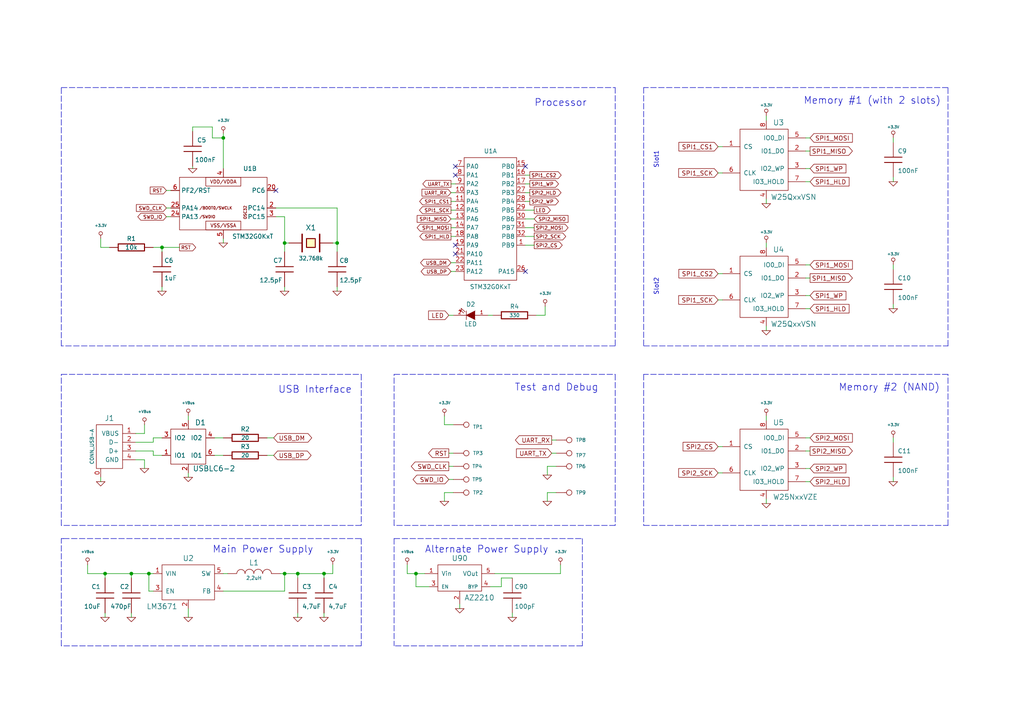
<source format=kicad_sch>
(kicad_sch (version 20211123) (generator eeschema)
  (paper "A4")
  (title_block (title "Cowstick USB Mass Storage") (date "2023-02-03") (rev "1") (company "Agilack") (comment 1 "License: CC-by-SA"))
  (lib_symbols
    (symbol "cowstick-ums:+3.3V" (power) (pin_names (offset 0))
      (property "Value" "+3.3V" (at 0 2.794 0))
      (symbol "+3.3V_0_0"
        (pin power_in line (at 0 0 90) (length 0) hide (name "+3.3V") (number "1"))
      )
      (symbol "+3.3V_0_1"
        (polyline (pts (xy 0 0) (xy 0 1.016) (xy 0 1.016)))
        (circle (center 0 1.524) (radius 0.508))
      )
    )
    (symbol "cowstick-ums:+VBus" (power) (pin_names (offset 0))
      (property "Value" "+VBus" (at 0 2.794 0))
      (symbol "+VBus_0_0"
        (pin power_in line (at 0 0 90) (length 0) hide (name "+VBus") (number "1"))
      )
      (symbol "+VBus_0_1"
        (polyline (pts (xy 0 0) (xy 0 1.016) (xy 0 1.016)))
        (circle (center 0 1.524) (radius 0.508))
      )
    )
    (symbol "cowstick-ums:AZ2210" (pin_names (offset 1.016))
      (property "Reference" "U" (at 3.81 -7.62 0))
      (property "Value" "AZ2210" (at 0 3.81 0))
      (symbol "AZ2210_0_0"
        (pin power_in line (at -10.16 0 0) (length 3.81) (name "Vin") (number "1"))
        (pin input line (at 0 -8.89 90) (length 3.81) (name "~") (number "2"))
        (pin power_out line (at 10.16 0 180) (length 3.81) (name "VOut") (number "5"))
      )
      (symbol "AZ2210_0_1"
        (rectangle (start -6.35 2.54) (end 6.35 -5.08))
      )
      (symbol "AZ2210_1_1"
        (pin input line (at -8.89 -3.81 0) (length 2.54) (name "EN") (number "3"))
        (pin passive line (at 8.89 -3.81 180) (length 2.54) (name "BYP") (number "4"))
      )
    )
    (symbol "cowstick-ums:C" (pin_numbers hide) (pin_names (offset 0.254))
      (property "Reference" "C" (at 1.27 2.54 0))
      (property "Value" "C" (at 1.27 -2.54 0))
      (symbol "C_0_1"
        (polyline (pts (xy -2.54 -0.762) (xy 2.54 -0.762)) (stroke (width 0.254)))
        (polyline (pts (xy -2.54 0.762) (xy 2.54 0.762)) (stroke (width 0.254)))
      )
      (symbol "C_1_1"
        (pin passive line (at 0 5.08 270) (length 4.318) (name "~") (number "1"))
        (pin passive line (at 0 -5.08 90) (length 4.318) (name "~") (number "2"))
      )
    )
    (symbol "cowstick-ums:CONN_1" (pin_numbers hide) (pin_names (offset 0.762) hide)
      (property "Reference" "P" (at 2.032 0 0))
      (symbol "CONN_1_0_1"
        (polyline (pts (xy -0.762 0) (xy -1.27 0)))
        (circle (center 0 0) (radius 0.7874))
      )
      (symbol "CONN_1_1_1"
        (pin passive line (at -3.81 0 0) (length 2.54) (name "1") (number "1"))
      )
    )
    (symbol "cowstick-ums:CONN_USB-A" (pin_names (offset 1.016))
      (property "Reference" "J" (at 1.27 -7.62 0))
      (property "Value" "CONN_USB-A" (at -6.35 0 90))
      (symbol "CONN_USB-A_0_1"
        (rectangle (start 3.81 -6.35) (end -3.81 6.35))
      )
      (symbol "CONN_USB-A_1_1"
        (pin passive line (at -2.54 -8.89 90) (length 2.54) (name "~") (number "0"))
        (pin power_out line (at 7.62 3.81 180) (length 3.81) (name "VBUS") (number "1"))
        (pin input line (at 7.62 1.27 180) (length 3.81) (name "D-") (number "2"))
        (pin input line (at 7.62 -1.27 180) (length 3.81) (name "D+") (number "3"))
        (pin power_out line (at 7.62 -3.81 180) (length 3.81) (name "GND") (number "4"))
      )
    )
    (symbol "cowstick-ums:CRYSTAL" (pin_numbers hide) (pin_names (offset 1.016) hide)
      (property "Reference" "X" (at 0 6.35 0))
      (property "Value" "CRYSTAL" (at 0 3.81 0))
      (symbol "CRYSTAL_0_1"
        (polyline (pts (xy -2.54 2.54) (xy -2.54 -2.54)) (stroke (width 0.4064)))
        (polyline (pts (xy 2.54 2.54) (xy 2.54 -2.54)) (stroke (width 0.4064)))
        (polyline (pts (xy -1.27 1.27) (xy 1.27 1.27) (xy 1.27 -1.27) (xy -1.27 -1.27) (xy -1.27 1.27)) (stroke (width 0.3048)) (fill (type background)))
      )
      (symbol "CRYSTAL_1_1"
        (pin passive line (at -6.35 0 0) (length 3.81) (name "1") (number "1"))
        (pin passive line (at 6.35 0 180) (length 3.81) (name "2") (number "2"))
      )
    )
    (symbol "cowstick-ums:GND" (power) (pin_names (offset 0))
      (symbol "GND_0_1"
        (polyline (pts (xy -1.27 0) (xy 0 -1.27) (xy 1.27 0) (xy -1.27 0)))
      )
      (symbol "GND_1_1"
        (pin power_in line (at 0 0 90) (length 0) hide (name "GND") (number "1"))
      )
    )
    (symbol "cowstick-ums:INDUCTOR" (pin_numbers hide) (pin_names (offset 1.016) hide)
      (property "Reference" "L" (at -1.27 0 90))
      (property "Value" "INDUCTOR" (at 2.54 0 90))
      (symbol "INDUCTOR_0_1"
        (arc (start 0.0254 -5.0546) (mid 1.245 -3.7973) (end 0.0254 -2.54))
        (arc (start 0.0254 -2.5146) (mid 1.2704 -1.2319) (end 0.0254 0.0508))
        (arc (start 0.0254 0.0254) (mid 1.2704 1.3081) (end 0.0254 2.5908))
        (arc (start 0.0254 2.5654) (mid 1.1942 3.7719) (end 0.0254 4.9784))
      )
      (symbol "INDUCTOR_1_1"
        (pin passive line (at 0 7.62 270) (length 2.54) (name "1") (number "1"))
        (pin passive line (at 0 -7.62 90) (length 2.54) (name "2") (number "2"))
      )
    )
    (symbol "cowstick-ums:LED" (pin_names (offset 1.016) hide)
      (property "Reference" "D" (at 0 2.54 0))
      (property "Value" "LED" (at 0 -2.54 0))
      (symbol "LED_0_1"
        (polyline (pts (xy 1.27 1.27) (xy 1.27 -1.27)))
        (polyline (pts (xy -1.27 1.27) (xy 1.27 0) (xy -1.27 -1.27)) (fill (type outline)))
        (polyline (pts (xy 1.651 -1.016) (xy 2.794 -2.032) (xy 2.667 -1.397)))
        (polyline (pts (xy 2.032 -0.635) (xy 3.175 -1.651) (xy 3.048 -1.016)))
      )
      (symbol "LED_1_1"
        (pin passive line (at -5.08 0 0) (length 3.81) (name "A") (number "1"))
        (pin passive line (at 5.08 0 180) (length 3.81) (name "K") (number "2"))
      )
    )
    (symbol "cowstick-ums:LM3671" (pin_names (offset 1.016))
      (property "Reference" "U" (at 0 0 0))
      (property "Value" "LM3671" (at 0 6.35 0))
      (symbol "LM3671_0_1"
        (rectangle (start -7.62 5.08) (end 7.62 -5.08))
      )
      (symbol "LM3671_1_1"
        (pin power_in line (at -10.16 2.54 0) (length 2.54) (name "VIN") (number "1"))
        (pin power_in line (at 0 -7.62 90) (length 2.54) (name "~") (number "2"))
        (pin input line (at -10.16 -2.54 0) (length 2.54) (name "EN") (number "3"))
        (pin input line (at 10.16 -2.54 180) (length 2.54) (name "FB") (number "4"))
        (pin power_out line (at 10.16 2.54 180) (length 2.54) (name "SW") (number "5"))
      )
    )
    (symbol "cowstick-ums:R" (pin_numbers hide) (pin_names (offset 0))
      (property "Reference" "R" (at 2.032 0 90))
      (property "Value" "R" (at 0 0 90))
      (symbol "R_0_1"
        (rectangle (start -1.016 3.81) (end 1.016 -3.81) (stroke (width 0.3048)))
      )
      (symbol "R_1_1"
        (pin passive line (at 0 6.35 270) (length 2.54) (name "~") (number "1"))
        (pin passive line (at 0 -6.35 90) (length 2.54) (name "~") (number "2"))
      )
    )
    (symbol "cowstick-ums:STM32G0KxT"
      (property "Reference" "U" (at 0 1.27 0))
      (property "Value" "STM32G0KxT" (at 0 -19.05 0))
      (symbol "STM32G0KxT_1_1"
        (rectangle (start -7.62 17.78) (end 7.62 -17.78))
        (pin bidirectional line (at 10.16 -7.62 180) (length 2.54) (name "PB9") (number "1"))
        (pin bidirectional line (at -10.16 7.62 0) (length 2.54) (name "PA3") (number "10"))
        (pin bidirectional line (at -10.16 5.08 0) (length 2.54) (name "PA4") (number "11"))
        (pin bidirectional line (at -10.16 2.54 0) (length 2.54) (name "PA5") (number "12"))
        (pin bidirectional line (at -10.16 0 0) (length 2.54) (name "PA6") (number "13"))
        (pin bidirectional line (at -10.16 -2.54 0) (length 2.54) (name "PA7") (number "14"))
        (pin bidirectional line (at 10.16 15.24 180) (length 2.54) (name "PB0") (number "15"))
        (pin bidirectional line (at 10.16 12.7 180) (length 2.54) (name "PB1") (number "16"))
        (pin bidirectional line (at 10.16 10.16 180) (length 2.54) (name "PB2") (number "17"))
        (pin bidirectional line (at -10.16 -5.08 0) (length 2.54) (name "PA8") (number "18"))
        (pin bidirectional line (at -10.16 -7.62 0) (length 2.54) (name "PA9") (number "19"))
        (pin bidirectional line (at -10.16 -10.16 0) (length 2.54) (name "PA10") (number "21"))
        (pin bidirectional line (at -10.16 -12.7 0) (length 2.54) (name "PA11") (number "22"))
        (pin bidirectional line (at -10.16 -15.24 0) (length 2.54) (name "PA12") (number "23"))
        (pin bidirectional line (at 10.16 -15.24 180) (length 2.54) (name "PA15") (number "26"))
        (pin bidirectional line (at 10.16 7.62 180) (length 2.54) (name "PB3") (number "27"))
        (pin bidirectional line (at 10.16 5.08 180) (length 2.54) (name "PB4") (number "28"))
        (pin bidirectional line (at 10.16 2.54 180) (length 2.54) (name "PB5") (number "29"))
        (pin bidirectional line (at 10.16 0 180) (length 2.54) (name "PB6") (number "30"))
        (pin bidirectional line (at 10.16 -2.54 180) (length 2.54) (name "PB7") (number "31"))
        (pin bidirectional line (at 10.16 -5.08 180) (length 2.54) (name "PB8") (number "32"))
        (pin bidirectional line (at -10.16 15.24 0) (length 2.54) (name "PA0") (number "7"))
        (pin bidirectional line (at -10.16 12.7 0) (length 2.54) (name "PA1") (number "8"))
        (pin bidirectional line (at -10.16 10.16 0) (length 2.54) (name "PA2") (number "9"))
      )
      (symbol "STM32G0KxT_2_1"
        (rectangle (start -12.7 7.62) (end 12.7 -7.62))
        (rectangle (start -5.08 -5.08) (end 5.08 -7.62))
        (rectangle (start -5.08 7.62) (end 5.08 5.08))
        (text "/BOOT0/SWCLK" (at -6.985 -1.27 0) (effects (font (size 0.8 0.8)) (justify left)))
        (text "/SWDIO" (at -6.985 -3.81 0) (effects (font (size 0.8 0.8)) (justify left)))
        (text "OSC32" (at 6.35 -2.54 900) (effects (font (size 0.8 0.8))))
        (text "VDD/VDDA" (at 0 6.35 0) (effects (font (size 1 1))))
        (text "VSS/VSSA" (at 0 -6.35 0) (effects (font (size 1 1))))
        (pin bidirectional line (at 15.24 -1.27 180) (length 2.54) (name "PC14") (number "2"))
        (pin bidirectional line (at 15.24 3.81 180) (length 2.54) (name "PC6") (number "20"))
        (pin bidirectional line (at -15.24 -3.81 0) (length 2.54) (name "PA13") (number "24"))
        (pin bidirectional line (at -15.24 -1.27 0) (length 2.54) (name "PA14") (number "25"))
        (pin bidirectional line (at 15.24 -3.81 180) (length 2.54) (name "PC15") (number "3"))
        (pin power_in line (at 0 10.16 270) (length 2.54) (name "~") (number "4"))
        (pin power_in line (at 0 -10.16 90) (length 2.54) (name "~") (number "5"))
        (pin bidirectional line (at -15.24 3.81 0) (length 2.54) (name "PF2/RST") (number "6"))
      )
    )
    (symbol "cowstick-ums:USBLC6-2" (pin_names (offset 1.016))
      (property "Reference" "U" (at 3.81 6.35 0))
      (property "Value" "USBLC6-2" (at 8.89 -6.35 0))
      (symbol "USBLC6-2_0_1"
        (rectangle (start -5.08 5.08) (end 5.08 -5.08))
      )
      (symbol "USBLC6-2_1_0"
        (pin bidirectional line (at -7.62 -2.54 0) (length 2.54) (name "IO1") (number "1"))
        (pin power_in line (at 0 -7.62 90) (length 2.54) (name "~") (number "2"))
        (pin bidirectional line (at -7.62 2.54 0) (length 2.54) (name "IO2") (number "3"))
        (pin bidirectional line (at 7.62 2.54 180) (length 2.54) (name "IO2") (number "4"))
        (pin power_in line (at 0 7.62 270) (length 2.54) (name "~") (number "5"))
        (pin bidirectional line (at 7.62 -2.54 180) (length 2.54) (name "IO1") (number "6"))
      )
    )
    (symbol "cowstick-ums:W25NxxVZE" (pin_names (offset 1.016))
      (property "Reference" "U" (at 3.81 11.43 0))
      (property "Value" "W25NxxVZE" (at 8.89 -11.43 0))
      (symbol "W25NxxVZE_0_1"
        (rectangle (start 6.35 8.89) (end -7.62 -8.89))
      )
      (symbol "W25NxxVZE_1_1"
        (pin input line (at -12.7 3.81 0) (length 5.08) (name "CS") (number "1"))
        (pin bidirectional line (at 11.43 2.54 180) (length 5.08) (name "IO1_DO") (number "2"))
        (pin bidirectional line (at 11.43 -2.54 180) (length 5.08) (name "IO2_WP") (number "3"))
        (pin power_in line (at 0 -11.43 90) (length 2.54) (name "~") (number "4"))
        (pin bidirectional line (at 11.43 6.35 180) (length 5.08) (name "IO0_DI") (number "5"))
        (pin input line (at -12.7 -3.81 0) (length 5.08) (name "CLK") (number "6"))
        (pin bidirectional line (at 11.43 -6.35 180) (length 5.08) (name "IO3_HOLD") (number "7"))
        (pin power_in line (at 0 11.43 270) (length 2.54) (name "~") (number "8"))
      )
    )
    (symbol "cowstick-ums:W25QxxVSN" (pin_names (offset 1.016))
      (property "Reference" "U" (at 3.81 11.43 0))
      (property "Value" "W25QxxVSN" (at 8.89 -11.43 0))
      (symbol "W25QxxVSN_0_1"
        (rectangle (start 6.35 8.89) (end -7.62 -8.89))
      )
      (symbol "W25QxxVSN_1_1"
        (pin input line (at -12.7 3.81 0) (length 5.08) (name "CS") (number "1"))
        (pin bidirectional line (at 11.43 2.54 180) (length 5.08) (name "IO1_DO") (number "2"))
        (pin bidirectional line (at 11.43 -2.54 180) (length 5.08) (name "IO2_WP") (number "3"))
        (pin power_in line (at 0 -11.43 90) (length 2.54) (name "~") (number "4"))
        (pin bidirectional line (at 11.43 6.35 180) (length 5.08) (name "IO0_DI") (number "5"))
        (pin input line (at -12.7 -3.81 0) (length 5.08) (name "CLK") (number "6"))
        (pin bidirectional line (at 11.43 -6.35 180) (length 5.08) (name "IO3_HOLD") (number "7"))
        (pin power_in line (at 0 11.43 270) (length 2.54) (name "~") (number "8"))
      )
    )
  )
  (junction (at 64.77 40.005))
  (junction (at 82.55 166.37))
  (junction (at 97.79 70.485))
  (junction (at 43.18 166.37))
  (junction (at 46.99 71.755))
  (junction (at 38.1 166.37))
  (junction (at 30.48 166.37))
  (junction (at 120.65 166.37))
  (junction (at 93.98 166.37))
  (junction (at 86.36 166.37))
  (junction (at 82.55 70.485))
  (no_connect (at 132.08 71.12))
  (no_connect (at 132.08 73.66))
  (no_connect (at 132.08 50.8))
  (no_connect (at 152.4 48.26))
  (no_connect (at 152.4 78.74))
  (no_connect (at 132.08 48.26))
  (no_connect (at 80.01 55.245))
  (wire (pts (xy 41.91 133.35) (xy 41.91 135.89)))
  (wire (pts (xy 152.4 63.5) (xy 154.94 63.5)))
  (polyline (pts (xy 114.3 156.21) (xy 168.91 156.21)))
  (wire (pts (xy 82.55 70.485) (xy 82.55 73.025)))
  (wire (pts (xy 43.18 166.37) (xy 44.45 166.37)))
  (wire (pts (xy 29.21 69.215) (xy 29.21 71.755)))
  (polyline (pts (xy 178.435 108.585) (xy 178.435 152.4)))
  (wire (pts (xy 259.08 138.43) (xy 259.08 139.7)))
  (wire (pts (xy 64.77 69.215) (xy 64.77 70.485)))
  (wire (pts (xy 39.37 130.81) (xy 44.45 130.81)))
  (wire (pts (xy 208.28 86.995) (xy 209.55 86.995)))
  (wire (pts (xy 97.79 70.485) (xy 97.79 73.025)))
  (polyline (pts (xy 104.775 156.21) (xy 104.775 187.325)))
  (wire (pts (xy 39.37 128.27) (xy 44.45 128.27)))
  (polyline (pts (xy 17.78 25.4) (xy 178.435 25.4)))
  (wire (pts (xy 82.55 166.37) (xy 82.55 171.45)))
  (polyline (pts (xy 178.435 100.33) (xy 17.78 100.33)))
  (wire (pts (xy 208.28 42.545) (xy 209.55 42.545)))
  (wire (pts (xy 82.55 83.185) (xy 82.55 84.455)))
  (wire (pts (xy 233.68 40.005) (xy 234.95 40.005)))
  (wire (pts (xy 44.45 171.45) (xy 43.18 171.45)))
  (wire (pts (xy 130.81 58.42) (xy 132.08 58.42)))
  (wire (pts (xy 46.99 83.185) (xy 46.99 84.455)))
  (wire (pts (xy 152.4 50.8) (xy 153.67 50.8)))
  (wire (pts (xy 208.28 137.16) (xy 209.55 137.16)))
  (wire (pts (xy 160.02 127.635) (xy 161.29 127.635)))
  (wire (pts (xy 145.415 167.64) (xy 148.59 167.64)))
  (wire (pts (xy 152.4 55.88) (xy 153.67 55.88)))
  (wire (pts (xy 131.445 123.19) (xy 128.905 123.19)))
  (wire (pts (xy 48.26 60.325) (xy 49.53 60.325)))
  (wire (pts (xy 64.77 166.37) (xy 66.04 166.37)))
  (wire (pts (xy 152.4 58.42) (xy 153.67 58.42)))
  (wire (pts (xy 152.4 71.12) (xy 154.94 71.12)))
  (wire (pts (xy 130.175 131.445) (xy 131.445 131.445)))
  (wire (pts (xy 54.61 176.53) (xy 54.61 179.07)))
  (wire (pts (xy 130.175 91.44) (xy 131.445 91.44)))
  (wire (pts (xy 130.81 68.58) (xy 132.08 68.58)))
  (polyline (pts (xy 17.78 152.4) (xy 17.78 108.585)))
  (wire (pts (xy 124.46 170.18) (xy 120.65 170.18)))
  (wire (pts (xy 55.88 48.26) (xy 55.88 48.895)))
  (wire (pts (xy 80.01 60.325) (xy 97.79 60.325)))
  (wire (pts (xy 128.905 145.415) (xy 128.905 142.875)))
  (wire (pts (xy 30.48 166.37) (xy 30.48 167.64)))
  (wire (pts (xy 222.25 94.615) (xy 222.25 95.885)))
  (polyline (pts (xy 114.3 108.585) (xy 178.435 108.585)))
  (wire (pts (xy 130.81 78.74) (xy 132.08 78.74)))
  (wire (pts (xy 44.45 127) (xy 46.99 127)))
  (wire (pts (xy 55.88 38.1) (xy 55.88 36.83)))
  (wire (pts (xy 233.68 52.705) (xy 234.95 52.705)))
  (wire (pts (xy 233.68 76.835) (xy 234.95 76.835)))
  (wire (pts (xy 64.77 40.005) (xy 64.77 48.895)))
  (wire (pts (xy 259.08 76.835) (xy 259.08 78.105)))
  (polyline (pts (xy 274.955 25.4) (xy 186.69 25.4)))
  (wire (pts (xy 233.68 48.895) (xy 234.95 48.895)))
  (wire (pts (xy 48.26 55.245) (xy 49.53 55.245)))
  (wire (pts (xy 41.91 125.73) (xy 41.91 123.19)))
  (wire (pts (xy 46.99 71.755) (xy 46.99 73.025)))
  (wire (pts (xy 86.36 177.8) (xy 86.36 179.07)))
  (polyline (pts (xy 17.78 187.325) (xy 17.78 156.21)))
  (wire (pts (xy 93.98 166.37) (xy 93.98 167.64)))
  (wire (pts (xy 158.75 142.875) (xy 161.29 142.875)))
  (wire (pts (xy 118.11 166.37) (xy 120.65 166.37)))
  (wire (pts (xy 130.175 135.255) (xy 131.445 135.255)))
  (wire (pts (xy 208.28 79.375) (xy 209.55 79.375)))
  (wire (pts (xy 64.77 40.005) (xy 64.77 38.735)))
  (wire (pts (xy 29.21 71.755) (xy 31.75 71.755)))
  (wire (pts (xy 145.415 170.18) (xy 145.415 167.64)))
  (polyline (pts (xy 18.415 156.21) (xy 104.775 156.21)))
  (wire (pts (xy 152.4 68.58) (xy 154.94 68.58)))
  (wire (pts (xy 97.79 83.185) (xy 97.79 84.455)))
  (wire (pts (xy 130.175 139.065) (xy 131.445 139.065)))
  (polyline (pts (xy 178.435 152.4) (xy 114.3 152.4)))
  (wire (pts (xy 97.79 60.325) (xy 97.79 70.485)))
  (wire (pts (xy 233.68 135.89) (xy 234.95 135.89)))
  (wire (pts (xy 148.59 177.8) (xy 148.59 179.07)))
  (wire (pts (xy 82.55 70.485) (xy 83.82 70.485)))
  (polyline (pts (xy 186.69 152.4) (xy 274.955 152.4)))
  (wire (pts (xy 162.56 163.83) (xy 162.56 166.37)))
  (wire (pts (xy 29.21 138.43) (xy 29.21 139.7)))
  (wire (pts (xy 259.08 51.435) (xy 259.08 52.705)))
  (wire (pts (xy 233.68 127) (xy 234.95 127)))
  (polyline (pts (xy 186.69 100.33) (xy 274.955 100.33)))
  (polyline (pts (xy 114.3 152.4) (xy 114.3 108.585)))
  (wire (pts (xy 54.61 137.16) (xy 54.61 138.43)))
  (wire (pts (xy 38.1 177.8) (xy 38.1 179.07)))
  (wire (pts (xy 143.51 166.37) (xy 162.56 166.37)))
  (polyline (pts (xy 104.775 187.325) (xy 17.78 187.325)))
  (wire (pts (xy 39.37 125.73) (xy 41.91 125.73)))
  (wire (pts (xy 44.45 130.81) (xy 44.45 132.08)))
  (polyline (pts (xy 186.69 108.585) (xy 186.69 152.4)))
  (polyline (pts (xy 178.435 25.4) (xy 178.435 100.33)))
  (wire (pts (xy 46.99 71.755) (xy 52.07 71.755)))
  (wire (pts (xy 120.65 170.18) (xy 120.65 166.37)))
  (polyline (pts (xy 17.78 156.21) (xy 18.415 156.21)))
  (wire (pts (xy 96.52 163.83) (xy 96.52 166.37)))
  (polyline (pts (xy 274.955 100.33) (xy 274.955 25.4)))
  (wire (pts (xy 259.08 127) (xy 259.08 128.27)))
  (wire (pts (xy 259.08 40.005) (xy 259.08 41.275)))
  (wire (pts (xy 25.4 163.83) (xy 25.4 166.37)))
  (wire (pts (xy 130.81 53.34) (xy 132.08 53.34)))
  (wire (pts (xy 30.48 177.8) (xy 30.48 179.07)))
  (wire (pts (xy 61.595 36.83) (xy 61.595 40.005)))
  (wire (pts (xy 142.24 170.18) (xy 145.415 170.18)))
  (polyline (pts (xy 274.955 152.4) (xy 274.955 108.585)))
  (wire (pts (xy 208.28 50.165) (xy 209.55 50.165)))
  (wire (pts (xy 152.4 66.04) (xy 154.94 66.04)))
  (wire (pts (xy 64.77 171.45) (xy 82.55 171.45)))
  (wire (pts (xy 158.115 88.9) (xy 158.115 91.44)))
  (wire (pts (xy 44.45 71.755) (xy 46.99 71.755)))
  (wire (pts (xy 141.605 91.44) (xy 142.875 91.44)))
  (wire (pts (xy 222.25 144.78) (xy 222.25 146.05)))
  (polyline (pts (xy 274.955 108.585) (xy 186.69 108.585)))
  (wire (pts (xy 208.28 129.54) (xy 209.55 129.54)))
  (wire (pts (xy 222.25 57.785) (xy 222.25 59.055)))
  (wire (pts (xy 39.37 133.35) (xy 41.91 133.35)))
  (polyline (pts (xy 168.91 156.21) (xy 168.91 187.325)))
  (wire (pts (xy 130.81 76.2) (xy 132.08 76.2)))
  (wire (pts (xy 222.25 120.65) (xy 222.25 121.92)))
  (wire (pts (xy 158.75 137.795) (xy 158.75 135.255)))
  (wire (pts (xy 130.81 66.04) (xy 132.08 66.04)))
  (polyline (pts (xy 104.775 108.585) (xy 104.775 152.4)))
  (polyline (pts (xy 104.775 152.4) (xy 17.78 152.4)))
  (wire (pts (xy 48.26 62.865) (xy 49.53 62.865)))
  (wire (pts (xy 152.4 60.96) (xy 154.94 60.96)))
  (wire (pts (xy 233.68 85.725) (xy 234.95 85.725)))
  (wire (pts (xy 222.25 70.485) (xy 222.25 71.755)))
  (wire (pts (xy 54.61 120.65) (xy 54.61 121.92)))
  (wire (pts (xy 128.905 142.875) (xy 131.445 142.875)))
  (wire (pts (xy 86.36 166.37) (xy 93.98 166.37)))
  (wire (pts (xy 158.75 145.415) (xy 158.75 142.875)))
  (wire (pts (xy 233.68 89.535) (xy 234.95 89.535)))
  (wire (pts (xy 130.81 55.88) (xy 132.08 55.88)))
  (wire (pts (xy 233.68 80.645) (xy 234.95 80.645)))
  (wire (pts (xy 233.68 139.7) (xy 234.95 139.7)))
  (wire (pts (xy 158.115 91.44) (xy 155.575 91.44)))
  (wire (pts (xy 133.35 175.26) (xy 133.35 176.53)))
  (wire (pts (xy 96.52 166.37) (xy 93.98 166.37)))
  (wire (pts (xy 97.79 70.485) (xy 96.52 70.485)))
  (wire (pts (xy 82.55 166.37) (xy 86.36 166.37)))
  (wire (pts (xy 130.81 60.96) (xy 132.08 60.96)))
  (wire (pts (xy 118.11 163.83) (xy 118.11 166.37)))
  (wire (pts (xy 38.1 167.64) (xy 38.1 166.37)))
  (polyline (pts (xy 17.78 100.33) (xy 17.78 25.4)))
  (wire (pts (xy 77.47 127) (xy 79.375 127)))
  (wire (pts (xy 62.23 127) (xy 64.77 127)))
  (polyline (pts (xy 114.3 156.21) (xy 114.3 187.325)))
  (wire (pts (xy 152.4 53.34) (xy 153.67 53.34)))
  (wire (pts (xy 93.98 177.8) (xy 93.98 179.07)))
  (wire (pts (xy 128.905 123.19) (xy 128.905 120.65)))
  (wire (pts (xy 55.88 36.83) (xy 61.595 36.83)))
  (wire (pts (xy 30.48 166.37) (xy 38.1 166.37)))
  (wire (pts (xy 25.4 166.37) (xy 30.48 166.37)))
  (wire (pts (xy 44.45 128.27) (xy 44.45 127)))
  (wire (pts (xy 233.68 43.815) (xy 234.95 43.815)))
  (wire (pts (xy 233.68 130.81) (xy 234.95 130.81)))
  (wire (pts (xy 43.18 166.37) (xy 43.18 171.45)))
  (wire (pts (xy 44.45 132.08) (xy 46.99 132.08)))
  (polyline (pts (xy 17.78 108.585) (xy 104.775 108.585)))
  (wire (pts (xy 62.23 132.08) (xy 64.77 132.08)))
  (wire (pts (xy 82.55 62.865) (xy 82.55 70.485)))
  (wire (pts (xy 222.25 33.655) (xy 222.25 34.925)))
  (wire (pts (xy 120.65 166.37) (xy 123.19 166.37)))
  (wire (pts (xy 81.28 166.37) (xy 82.55 166.37)))
  (wire (pts (xy 80.01 62.865) (xy 82.55 62.865)))
  (wire (pts (xy 259.08 88.265) (xy 259.08 89.535)))
  (wire (pts (xy 158.75 135.255) (xy 161.29 135.255)))
  (wire (pts (xy 86.36 166.37) (xy 86.36 167.64)))
  (wire (pts (xy 61.595 40.005) (xy 64.77 40.005)))
  (wire (pts (xy 77.47 132.08) (xy 79.375 132.08)))
  (wire (pts (xy 160.02 131.445) (xy 161.29 131.445)))
  (wire (pts (xy 130.81 63.5) (xy 132.08 63.5)))
  (polyline (pts (xy 186.69 25.4) (xy 186.69 100.33)))
  (polyline (pts (xy 168.91 187.325) (xy 114.3 187.325)))
  (wire (pts (xy 38.1 166.37) (xy 43.18 166.37)))
  (text "Memory #2 (NAND)" (at 243.205 113.665 0) (effects (font (size 2.032 2.032)) (justify left bottom)))
  (text "Memory #1 (with 2 slots)" (at 233.045 30.48 0) (effects (font (size 2.032 2.032)) (justify left bottom)))
  (text "Test and Debug" (at 149.225 113.665 0) (effects (font (size 2.048 2.048)) (justify left bottom)))
  (text "Slot1" (at 191.135 48.895 90) (effects (font (size 1.27 1.27)) (justify left bottom)))
  (text "Slot2" (at 191.135 85.725 90) (effects (font (size 1.27 1.27)) (justify left bottom)))
  (text "Alternate Power Supply" (at 123.19 160.655 0) (effects (font (size 2.032 2.032)) (justify left bottom)))
  (text "Main Power Supply" (at 61.595 160.655 0) (effects (font (size 2.032 2.032)) (justify left bottom)))
  (text "Processor" (at 154.94 31.115 0) (effects (font (size 2.048 2.048)) (justify left bottom)))
  (text "USB Interface" (at 80.645 114.3 0) (effects (font (size 2.048 2.048)) (justify left bottom)))
  (global_label "SPI2_SCK" (shape output) (at 154.94 68.58 0) (effects (font (size 1.016 1.016))) (property "Intersheet References" "${INTERSHEET_REFS}" (effects hide)))
  (global_label "USB_DP" (shape bidirectional) (at 79.375 132.08 0) (property "Intersheet References" "${INTERSHEET_REFS}" (effects hide)))
  (global_label "SWD_CLK" (shape input) (at 48.26 60.325 180) (effects (font (size 1.016 1.016))) (property "Intersheet References" "${INTERSHEET_REFS}" (effects hide)))
  (global_label "SPI1_SCK" (shape input) (at 208.28 50.165 180) (property "Intersheet References" "${INTERSHEET_REFS}" (effects hide)))
  (global_label "SPI2_SCK" (shape input) (at 208.28 137.16 180) (property "Intersheet References" "${INTERSHEET_REFS}" (effects hide)))
  (global_label "SWD_IO" (shape bidirectional) (at 48.26 62.865 180) (effects (font (size 1.016 1.016))) (property "Intersheet References" "${INTERSHEET_REFS}" (effects hide)))
  (global_label "UART_TX" (shape output) (at 130.81 53.34 180) (effects (font (size 1.016 1.016))) (property "Intersheet References" "${INTERSHEET_REFS}" (effects hide)))
  (global_label "SPI1_CS2" (shape input) (at 208.28 79.375 180) (property "Intersheet References" "${INTERSHEET_REFS}" (effects hide)))
  (global_label "RST" (shape input) (at 48.26 55.245 180) (effects (font (size 1.016 1.016))) (property "Intersheet References" "${INTERSHEET_REFS}" (effects hide)))
  (global_label "SPI2_HLD" (shape output) (at 153.67 55.88 0) (effects (font (size 1.016 1.016))) (property "Intersheet References" "${INTERSHEET_REFS}" (effects hide)))
  (global_label "SPI2_WP" (shape output) (at 153.67 58.42 0) (effects (font (size 1.016 1.016))) (property "Intersheet References" "${INTERSHEET_REFS}" (effects hide)))
  (global_label "USB_DM" (shape bidirectional) (at 130.81 76.2 180) (effects (font (size 1.016 1.016))) (property "Intersheet References" "${INTERSHEET_REFS}" (effects hide)))
  (global_label "SPI1_MISO" (shape output) (at 234.95 80.645 0) (property "Intersheet References" "${INTERSHEET_REFS}" (effects hide)))
  (global_label "USB_DP" (shape bidirectional) (at 130.81 78.74 180) (effects (font (size 1.016 1.016))) (property "Intersheet References" "${INTERSHEET_REFS}" (effects hide)))
  (global_label "UART_RX" (shape output) (at 160.02 127.635 180) (property "Intersheet References" "${INTERSHEET_REFS}" (effects hide)))
  (global_label "SPI2_MOSI" (shape input) (at 234.95 127 0) (property "Intersheet References" "${INTERSHEET_REFS}" (effects hide)))
  (global_label "SPI2_MOSI" (shape output) (at 154.94 66.04 0) (effects (font (size 1.016 1.016))) (property "Intersheet References" "${INTERSHEET_REFS}" (effects hide)))
  (global_label "SWD_CLK" (shape output) (at 130.175 135.255 180) (property "Intersheet References" "${INTERSHEET_REFS}" (effects hide)))
  (global_label "SPI2_WP" (shape input) (at 234.95 135.89 0) (property "Intersheet References" "${INTERSHEET_REFS}" (effects hide)))
  (global_label "SPI2_CS" (shape input) (at 208.28 129.54 180) (property "Intersheet References" "${INTERSHEET_REFS}" (effects hide)))
  (global_label "LED" (shape output) (at 154.94 60.96 0) (effects (font (size 1.016 1.016))) (property "Intersheet References" "${INTERSHEET_REFS}" (effects hide)))
  (global_label "SPI1_WP" (shape output) (at 153.67 53.34 0) (effects (font (size 1.016 1.016))) (property "Intersheet References" "${INTERSHEET_REFS}" (effects hide)))
  (global_label "UART_TX" (shape input) (at 160.02 131.445 180) (property "Intersheet References" "${INTERSHEET_REFS}" (effects hide)))
  (global_label "SPI1_MOSI" (shape output) (at 130.81 66.04 180) (effects (font (size 1.016 1.016))) (property "Intersheet References" "${INTERSHEET_REFS}" (effects hide)))
  (global_label "SPI1_CS2" (shape output) (at 153.67 50.8 0) (effects (font (size 1.016 1.016))) (property "Intersheet References" "${INTERSHEET_REFS}" (effects hide)))
  (global_label "SPI1_MOSI" (shape input) (at 234.95 76.835 0) (property "Intersheet References" "${INTERSHEET_REFS}" (effects hide)))
  (global_label "SPI1_MISO" (shape input) (at 130.81 63.5 180) (effects (font (size 1.016 1.016))) (property "Intersheet References" "${INTERSHEET_REFS}" (effects hide)))
  (global_label "SPI1_MISO" (shape output) (at 234.95 43.815 0) (property "Intersheet References" "${INTERSHEET_REFS}" (effects hide)))
  (global_label "USB_DM" (shape bidirectional) (at 79.375 127 0) (property "Intersheet References" "${INTERSHEET_REFS}" (effects hide)))
  (global_label "UART_RX" (shape input) (at 130.81 55.88 180) (effects (font (size 1.016 1.016))) (property "Intersheet References" "${INTERSHEET_REFS}" (effects hide)))
  (global_label "SPI1_HLD" (shape output) (at 130.81 68.58 180) (effects (font (size 1.016 1.016))) (property "Intersheet References" "${INTERSHEET_REFS}" (effects hide)))
  (global_label "SWD_IO" (shape bidirectional) (at 130.175 139.065 180) (property "Intersheet References" "${INTERSHEET_REFS}" (effects hide)))
  (global_label "SPI1_SCK" (shape output) (at 130.81 60.96 180) (effects (font (size 1.016 1.016))) (property "Intersheet References" "${INTERSHEET_REFS}" (effects hide)))
  (global_label "SPI1_CS1" (shape input) (at 208.28 42.545 180) (property "Intersheet References" "${INTERSHEET_REFS}" (effects hide)))
  (global_label "SPI2_HLD" (shape input) (at 234.95 139.7 0) (property "Intersheet References" "${INTERSHEET_REFS}" (effects hide)))
  (global_label "SPI1_WP" (shape input) (at 234.95 48.895 0) (property "Intersheet References" "${INTERSHEET_REFS}" (effects hide)))
  (global_label "SPI2_MISO" (shape input) (at 154.94 63.5 0) (effects (font (size 1.016 1.016))) (property "Intersheet References" "${INTERSHEET_REFS}" (effects hide)))
  (global_label "SPI1_HLD" (shape input) (at 234.95 52.705 0) (property "Intersheet References" "${INTERSHEET_REFS}" (effects hide)))
  (global_label "SPI2_CS" (shape output) (at 154.94 71.12 0) (effects (font (size 1.016 1.016))) (property "Intersheet References" "${INTERSHEET_REFS}" (effects hide)))
  (global_label "SPI1_CS1" (shape output) (at 130.81 58.42 180) (effects (font (size 1.016 1.016))) (property "Intersheet References" "${INTERSHEET_REFS}" (effects hide)))
  (global_label "SPI1_WP" (shape input) (at 234.95 85.725 0) (property "Intersheet References" "${INTERSHEET_REFS}" (effects hide)))
  (global_label "SPI1_HLD" (shape input) (at 234.95 89.535 0) (property "Intersheet References" "${INTERSHEET_REFS}" (effects hide)))
  (global_label "SPI1_MOSI" (shape input) (at 234.95 40.005 0) (property "Intersheet References" "${INTERSHEET_REFS}" (effects hide)))
  (global_label "RST" (shape output) (at 130.175 131.445 180) (property "Intersheet References" "${INTERSHEET_REFS}" (effects hide)))
  (global_label "SPI2_MISO" (shape output) (at 234.95 130.81 0) (property "Intersheet References" "${INTERSHEET_REFS}" (effects hide)))
  (global_label "LED" (shape input) (at 130.175 91.44 180) (property "Intersheet References" "${INTERSHEET_REFS}" (effects hide)))
  (global_label "SPI1_SCK" (shape input) (at 208.28 86.995 180) (property "Intersheet References" "${INTERSHEET_REFS}" (effects hide)))
  (global_label "RST" (shape output) (at 52.07 71.755 0) (effects (font (size 1.016 1.016))) (property "Intersheet References" "${INTERSHEET_REFS}" (effects hide)))
  (symbol (lib_id "cowstick-ums:STM32G0KxT") (at 64.77 59.055 0) (unit 2)
    (property "Reference" "U1" (at 70.485 48.895 0) (effects (justify left)))
    (property "Value" "STM32G0KxT" (at 67.31 68.58 0) (effects (justify left)))
    (property "Footprint" "cowstick-ums:TQFP32" (effects hide))
  )
  (symbol (lib_id "cowstick-ums:GND") (at 259.08 52.705 0) (unit 1)
    (property "Reference" "#PWR0126" (effects hide))
    (property "Value" "GND" (effects hide))
  )
  (symbol (lib_id "cowstick-ums:GND") (at 222.25 59.055 0) (unit 1)
    (property "Reference" "#PWR0125" (effects hide))
    (property "Value" "GND" (effects hide))
  )
  (symbol (lib_id "cowstick-ums:+3.3V") (at 64.77 38.735 0) (unit 1)
    (property "Reference" "#PWR0117" (effects hide))
    (property "Value" "+3.3V" (at 64.77 34.925 0) (effects (font (size 0.762 0.762))))
  )
  (symbol (lib_id "cowstick-ums:C") (at 259.08 83.185 0) (unit 1)
    (property "Reference" "C10" (at 260.35 80.645 0) (effects (justify left)))
    (property "Value" "100nF" (at 260.35 86.36 0) (effects (justify left)))
    (property "Footprint" "cowstick-ums:C_0603" (effects hide))
  )
  (symbol (lib_id "cowstick-ums:LM3671") (at 54.61 168.91 0) (unit 1)
    (property "Reference" "U2" (at 54.61 161.925 0) (effects (font (size 1.524 1.524))))
    (property "Value" "LM3671" (at 46.99 175.895 0) (effects (font (size 1.524 1.524))))
    (property "Footprint" "cowstick-ums:SOT23-5" (effects hide))
  )
  (symbol (lib_id "cowstick-ums:+3.3V") (at 259.08 40.005 0) (unit 1)
    (property "Reference" "#PWR0127" (effects hide))
    (property "Value" "+3.3V" (at 259.08 36.83 0) (effects (font (size 0.762 0.762))))
  )
  (symbol (lib_id "cowstick-ums:CONN_1") (at 165.1 127.635 0) (unit 1)
    (property "Reference" "TP8" (at 167.005 127.635 0) (effects (font (size 1.016 1.016)) (justify left)))
    (property "Value" "CONN_1" (effects hide))
    (property "Footprint" "cowstick-ums:TP_PIN" (effects hide))
  )
  (symbol (lib_id "cowstick-ums:GND") (at 29.21 139.7 0) (unit 1)
    (property "Reference" "#PWR0102" (effects hide))
    (property "Value" "GND" (effects hide))
  )
  (symbol (lib_id "cowstick-ums:GND") (at 64.77 70.485 0) (unit 1)
    (property "Reference" "#PWR0118" (effects hide))
    (property "Value" "GND" (effects hide))
  )
  (symbol (lib_id "cowstick-ums:AZ2210") (at 133.35 166.37 0) (unit 1)
    (property "Reference" "U90" (at 133.35 161.925 0) (effects (font (size 1.524 1.524))))
    (property "Value" "AZ2210" (at 139.065 173.355 0) (effects (font (size 1.524 1.524))))
    (property "Footprint" "cowstick-ums:SOT23-5" (effects hide))
  )
  (symbol (lib_id "cowstick-ums:GND") (at 54.61 138.43 0) (unit 1)
    (property "Reference" "#PWR0105" (effects hide))
    (property "Value" "GND" (effects hide))
  )
  (symbol (lib_id "cowstick-ums:W25QxxVSN") (at 222.25 83.185 0) (unit 1)
    (property "Reference" "U4" (at 224.155 72.39 0) (effects (font (size 1.524 1.524)) (justify left)))
    (property "Value" "W25QxxVSN" (at 223.52 93.98 0) (effects (font (size 1.524 1.524)) (justify left)))
    (property "Footprint" "cowstick-ums:SOIC-8" (effects hide))
  )
  (symbol (lib_id "cowstick-ums:+3.3V") (at 222.25 120.65 0) (unit 1)
    (property "Reference" "#PWR0133" (effects hide))
    (property "Value" "+3.3V" (at 222.25 116.84 0) (effects (font (size 0.762 0.762))))
  )
  (symbol (lib_id "cowstick-ums:+3.3V") (at 259.08 127 0) (unit 1)
    (property "Reference" "#PWR0134" (effects hide))
    (property "Value" "+3.3V" (at 259.08 123.19 0) (effects (font (size 0.762 0.762))))
  )
  (symbol (lib_id "cowstick-ums:GND") (at 133.35 176.53 0) (unit 1)
    (property "Reference" "#PWR0114" (effects hide))
    (property "Value" "GND" (effects hide))
  )
  (symbol (lib_id "cowstick-ums:C") (at 38.1 172.72 0) (unit 1)
    (property "Reference" "C2" (at 37.465 170.18 0) (effects (justify right)))
    (property "Value" "470pF" (at 38.1 175.895 0) (effects (justify right)))
    (property "Footprint" "cowstick-ums:C_0603" (effects hide))
  )
  (symbol (lib_id "cowstick-ums:+VBus") (at 118.11 163.83 0) (unit 1)
    (property "Reference" "#PWR0112" (effects hide))
    (property "Value" "+VBus" (at 118.11 160.02 0) (effects (font (size 0.762 0.762))))
  )
  (symbol (lib_id "cowstick-ums:+3.3V") (at 158.115 88.9 0) (unit 1)
    (property "Reference" "#PWR0139" (effects hide))
    (property "Value" "+3.3V" (at 158.115 85.09 0) (effects (font (size 0.762 0.762))))
  )
  (symbol (lib_id "cowstick-ums:GND") (at 148.59 179.07 0) (unit 1)
    (property "Reference" "#PWR0108" (effects hide))
    (property "Value" "GND" (effects hide))
  )
  (symbol (lib_id "cowstick-ums:C") (at 97.79 78.105 0) (unit 1)
    (property "Reference" "C8" (at 98.425 75.565 0) (effects (justify left)))
    (property "Value" "12.5pF" (at 98.425 81.28 0) (effects (justify left)))
    (property "Footprint" "cowstick-ums:C_0603" (effects hide))
  )
  (symbol (lib_id "cowstick-ums:GND") (at 158.75 145.415 0) (unit 1)
    (property "Reference" "#PWR0140" (effects hide))
    (property "Value" "GND" (effects hide))
  )
  (symbol (lib_id "cowstick-ums:GND") (at 82.55 84.455 0) (unit 1)
    (property "Reference" "#PWR0123" (effects hide))
    (property "Value" "GND" (effects hide))
  )
  (symbol (lib_id "cowstick-ums:+3.3V") (at 128.905 120.65 0) (unit 1)
    (property "Reference" "#PWR0138" (effects hide))
    (property "Value" "+3.3V" (at 128.905 116.84 0) (effects (font (size 0.762 0.762))))
  )
  (symbol (lib_id "cowstick-ums:R") (at 149.225 91.44 90) (unit 1)
    (property "Reference" "R4" (at 149.225 88.9 90))
    (property "Value" "330" (at 149.225 91.44 90) (effects (font (size 1.016 1.016))))
    (property "Footprint" "cowstick-ums:R_0603" (effects hide))
  )
  (symbol (lib_id "cowstick-ums:CONN_1") (at 135.255 139.065 0) (unit 1)
    (property "Reference" "TP5" (at 138.43 139.065 0) (effects (font (size 1.016 1.016))))
    (property "Value" "CONN_1" (effects hide))
    (property "Footprint" "cowstick-ums:TP_SMD" (effects hide))
  )
  (symbol (lib_id "cowstick-ums:INDUCTOR") (at 73.66 166.37 90) (unit 1)
    (property "Reference" "L1" (at 73.66 163.195 90) (effects (font (size 1.524 1.524))))
    (property "Value" "2,2uH" (at 73.66 167.64 90) (effects (font (size 1.016 1.016))))
    (property "Footprint" "cowstick-ums:I_CDRH2D14" (effects hide))
  )
  (symbol (lib_id "cowstick-ums:CONN_1") (at 135.255 135.255 0) (unit 1)
    (property "Reference" "TP4" (at 138.43 135.255 0) (effects (font (size 1.016 1.016))))
    (property "Value" "CONN_1" (effects hide))
    (property "Footprint" "cowstick-ums:TP_SMD" (effects hide))
  )
  (symbol (lib_id "cowstick-ums:CONN_1") (at 165.1 131.445 0) (unit 1)
    (property "Reference" "TP7" (at 167.005 132.08 0) (effects (font (size 1.016 1.016)) (justify left)))
    (property "Value" "CONN_1" (effects hide))
    (property "Footprint" "cowstick-ums:TP_PIN" (effects hide))
  )
  (symbol (lib_id "cowstick-ums:+3.3V") (at 259.08 76.835 0) (unit 1)
    (property "Reference" "#PWR0130" (effects hide))
    (property "Value" "+3.3V" (at 259.08 73.66 0) (effects (font (size 0.762 0.762))))
  )
  (symbol (lib_id "cowstick-ums:GND") (at 128.905 145.415 0) (unit 1)
    (property "Reference" "#PWR0137" (effects hide))
    (property "Value" "GND" (effects hide))
  )
  (symbol (lib_id "cowstick-ums:CONN_1") (at 135.255 131.445 0) (unit 1)
    (property "Reference" "TP3" (at 137.16 131.445 0) (effects (font (size 1.016 1.016)) (justify left)))
    (property "Value" "CONN_1" (effects hide))
    (property "Footprint" "cowstick-ums:TP_SMD" (effects hide))
  )
  (symbol (lib_id "cowstick-ums:C") (at 82.55 78.105 0) (unit 1)
    (property "Reference" "C7" (at 81.915 75.565 0) (effects (justify right)))
    (property "Value" "12.5pF" (at 81.915 81.28 0) (effects (justify right)))
    (property "Footprint" "cowstick-ums:C_0603" (effects hide))
  )
  (symbol (lib_id "cowstick-ums:+3.3V") (at 162.56 163.83 0) (unit 1)
    (property "Reference" "#PWR0113" (effects hide))
    (property "Value" "+3.3V" (at 162.56 160.02 0) (effects (font (size 0.762 0.762))))
  )
  (symbol (lib_id "cowstick-ums:GND") (at 97.79 84.455 0) (unit 1)
    (property "Reference" "#PWR0122" (effects hide))
    (property "Value" "GND" (effects hide))
  )
  (symbol (lib_id "cowstick-ums:+VBus") (at 54.61 120.65 0) (unit 1)
    (property "Reference" "#PWR0104" (effects hide))
    (property "Value" "+VBus" (at 54.61 116.84 0) (effects (font (size 0.762 0.762))))
  )
  (symbol (lib_id "cowstick-ums:C") (at 30.48 172.72 0) (unit 1)
    (property "Reference" "C1" (at 29.21 170.18 0) (effects (justify right)))
    (property "Value" "10uF" (at 29.21 175.895 0) (effects (justify right)))
    (property "Footprint" "cowstick-ums:C_0805" (effects hide))
  )
  (symbol (lib_id "cowstick-ums:C") (at 259.08 133.35 0) (unit 1)
    (property "Reference" "C11" (at 260.35 130.81 0) (effects (justify left)))
    (property "Value" "100nF" (at 260.35 136.525 0) (effects (justify left)))
    (property "Footprint" "cowstick-ums:C_0603" (effects hide))
  )
  (symbol (lib_id "cowstick-ums:C") (at 148.59 172.72 0) (unit 1)
    (property "Reference" "C90" (at 149.225 170.18 0) (effects (justify left)))
    (property "Value" "100pF" (at 149.225 175.895 0) (effects (justify left)))
    (property "Footprint" "cowstick-ums:C_0603" (effects hide))
  )
  (symbol (lib_id "cowstick-ums:GND") (at 259.08 139.7 0) (unit 1)
    (property "Reference" "#PWR0135" (effects hide))
    (property "Value" "GND" (effects hide))
  )
  (symbol (lib_id "cowstick-ums:+VBus") (at 41.91 123.19 0) (unit 1)
    (property "Reference" "#PWR0101" (effects hide))
    (property "Value" "+VBus" (at 41.91 119.38 0) (effects (font (size 0.762 0.762))))
  )
  (symbol (lib_id "cowstick-ums:+3.3V") (at 29.21 69.215 0) (unit 1)
    (property "Reference" "#PWR0119" (effects hide))
    (property "Value" "+3.3V" (at 29.21 65.405 0) (effects (font (size 0.762 0.762))))
  )
  (symbol (lib_id "cowstick-ums:+3.3V") (at 96.52 163.83 0) (unit 1)
    (property "Reference" "#PWR0116" (effects hide))
    (property "Value" "+3.3V" (at 96.52 160.02 0) (effects (font (size 0.762 0.762))))
  )
  (symbol (lib_id "cowstick-ums:R") (at 71.12 132.08 90) (unit 1)
    (property "Reference" "R3" (at 71.12 129.54 90))
    (property "Value" "20" (at 71.11 132.08 90) (effects (font (size 1.15 1.15))))
    (property "Footprint" "cowstick-ums:R_0603" (effects hide))
  )
  (symbol (lib_id "cowstick-ums:C") (at 93.98 172.72 0) (unit 1)
    (property "Reference" "C4" (at 95.25 170.18 0) (effects (justify left)))
    (property "Value" "4,7uF" (at 95.25 175.895 0) (effects (justify left)))
    (property "Footprint" "cowstick-ums:C_0805" (effects hide))
  )
  (symbol (lib_id "cowstick-ums:GND") (at 222.25 146.05 0) (unit 1)
    (property "Reference" "#PWR0132" (effects hide))
    (property "Value" "GND" (effects hide))
  )
  (symbol (lib_id "cowstick-ums:+3.3V") (at 222.25 70.485 0) (unit 1)
    (property "Reference" "#PWR0128" (effects hide))
    (property "Value" "+3.3V" (at 222.25 67.31 0) (effects (font (size 0.762 0.762))))
  )
  (symbol (lib_id "cowstick-ums:W25NxxVZE") (at 222.25 133.35 0) (unit 1)
    (property "Reference" "U5" (at 224.155 122.555 0) (effects (font (size 1.524 1.524)) (justify left)))
    (property "Value" "W25NxxVZE" (at 224.155 144.145 0) (effects (font (size 1.524 1.524)) (justify left)))
    (property "Footprint" "cowstick-ums:WSON8" (effects hide))
  )
  (symbol (lib_id "cowstick-ums:GND") (at 93.98 179.07 0) (unit 1)
    (property "Reference" "#PWR0115" (effects hide))
    (property "Value" "GND" (effects hide))
  )
  (symbol (lib_id "cowstick-ums:+3.3V") (at 222.25 33.655 0) (unit 1)
    (property "Reference" "#PWR0124" (effects hide))
    (property "Value" "+3.3V" (at 222.25 30.48 0) (effects (font (size 0.762 0.762))))
  )
  (symbol (lib_id "cowstick-ums:CRYSTAL") (at 90.17 70.485 0) (unit 1)
    (property "Reference" "X1" (at 90.17 66.04 0) (effects (font (size 1.524 1.524))))
    (property "Value" "32,768k" (at 90.17 74.93 0) (effects (font (size 1.143 1.143))))
    (property "Footprint" "cowstick-ums:Q_3.2x1.5" (effects hide))
  )
  (symbol (lib_id "cowstick-ums:GND") (at 259.08 89.535 0) (unit 1)
    (property "Reference" "#PWR0131" (effects hide))
    (property "Value" "GND" (effects hide))
  )
  (symbol (lib_id "cowstick-ums:CONN_1") (at 165.1 142.875 0) (unit 1)
    (property "Reference" "TP9" (at 167.005 142.875 0) (effects (font (size 1.016 1.016)) (justify left)))
    (property "Value" "CONN_1" (effects hide))
    (property "Footprint" "cowstick-ums:TP_PIN" (effects hide))
  )
  (symbol (lib_id "cowstick-ums:GND") (at 46.99 84.455 0) (unit 1)
    (property "Reference" "#PWR0120" (effects hide))
    (property "Value" "GND" (effects hide))
  )
  (symbol (lib_id "cowstick-ums:USBLC6-2") (at 54.61 129.54 0) (unit 1)
    (property "Reference" "D1" (at 56.515 122.555 0) (effects (font (size 1.524 1.524)) (justify left)))
    (property "Value" "USBLC6-2" (at 55.88 135.89 0) (effects (font (size 1.524 1.524)) (justify left)))
    (property "Footprint" "cowstick-ums:SOT23-6" (effects hide))
  )
  (symbol (lib_id "cowstick-ums:GND") (at 30.48 179.07 0) (unit 1)
    (property "Reference" "#PWR0107" (effects hide))
    (property "Value" "GND" (effects hide))
  )
  (symbol (lib_id "cowstick-ums:GND") (at 54.61 179.07 0) (unit 1)
    (property "Reference" "#PWR0110" (effects hide))
    (property "Value" "GND" (effects hide))
  )
  (symbol (lib_id "cowstick-ums:GND") (at 41.91 135.89 0) (unit 1)
    (property "Reference" "#PWR0103" (effects hide))
    (property "Value" "GND" (effects hide))
  )
  (symbol (lib_id "cowstick-ums:C") (at 46.99 78.105 0) (unit 1)
    (property "Reference" "C6" (at 47.625 75.565 0) (effects (justify left)))
    (property "Value" "1uF" (at 47.625 80.645 0) (effects (justify left)))
    (property "Footprint" "cowstick-ums:C_0603" (effects hide))
  )
  (symbol (lib_id "cowstick-ums:W25QxxVSN") (at 222.25 46.355 0) (unit 1)
    (property "Reference" "U3" (at 224.155 35.56 0) (effects (font (size 1.524 1.524)) (justify left)))
    (property "Value" "W25QxxVSN" (at 223.52 57.15 0) (effects (font (size 1.524 1.524)) (justify left)))
    (property "Footprint" "cowstick-ums:SOIC-8" (effects hide))
  )
  (symbol (lib_id "cowstick-ums:CONN_1") (at 165.1 135.255 0) (unit 1)
    (property "Reference" "TP6" (at 167.005 135.255 0) (effects (font (size 1.016 1.016)) (justify left)))
    (property "Value" "CONN_1" (effects hide))
    (property "Footprint" "cowstick-ums:TP_PIN" (effects hide))
  )
  (symbol (lib_id "cowstick-ums:C") (at 86.36 172.72 0) (unit 1)
    (property "Reference" "C3" (at 87.63 170.18 0) (effects (justify left)))
    (property "Value" "4,7uF" (at 87.63 175.895 0) (effects (justify left)))
    (property "Footprint" "cowstick-ums:C_0805" (effects hide))
  )
  (symbol (lib_id "cowstick-ums:STM32G0KxT") (at 142.24 63.5 0) (unit 1)
    (property "Reference" "U1" (at 142.24 43.815 0))
    (property "Value" "STM32G0KxT" (at 142.24 83.185 0))
    (property "Footprint" "cowstick-ums:TQFP32" (effects hide))
  )
  (symbol (lib_id "cowstick-ums:CONN_1") (at 135.255 123.19 0) (unit 1)
    (property "Reference" "TP1" (at 137.16 123.825 0) (effects (font (size 1.016 1.016)) (justify left)))
    (property "Value" "CONN_1" (effects hide))
    (property "Footprint" "cowstick-ums:TP_SMD" (effects hide))
  )
  (symbol (lib_id "cowstick-ums:+VBus") (at 25.4 163.83 0) (unit 1)
    (property "Reference" "#PWR0106" (effects hide))
    (property "Value" "+VBus" (at 25.4 160.02 0) (effects (font (size 0.762 0.762))))
  )
  (symbol (lib_id "cowstick-ums:GND") (at 38.1 179.07 0) (unit 1)
    (property "Reference" "#PWR0111" (effects hide))
    (property "Value" "GND" (effects hide))
  )
  (symbol (lib_id "cowstick-ums:CONN_USB-A") (at 31.75 129.54 0) (unit 1)
    (property "Reference" "J1" (at 31.75 121.285 0) (effects (font (size 1.524 1.524))))
    (property "Value" "CONN_USB-A" (at 26.67 129.54 90) (effects (font (size 1.016 1.016))))
    (property "Footprint" "cowstick-ums:CONN_MC32604" (effects hide))
  )
  (symbol (lib_id "cowstick-ums:GND") (at 86.36 179.07 0) (unit 1)
    (property "Reference" "#PWR0109" (effects hide))
    (property "Value" "GND" (effects hide))
  )
  (symbol (lib_id "cowstick-ums:GND") (at 55.88 48.895 0) (unit 1)
    (property "Reference" "#PWR0121" (effects hide))
    (property "Value" "GND" (effects hide))
  )
  (symbol (lib_id "cowstick-ums:GND") (at 222.25 95.885 0) (unit 1)
    (property "Reference" "#PWR0129" (effects hide))
    (property "Value" "GND" (effects hide))
  )
  (symbol (lib_id "cowstick-ums:GND") (at 158.75 137.795 0) (unit 1)
    (property "Reference" "#PWR0136" (effects hide))
    (property "Value" "GND" (effects hide))
  )
  (symbol (lib_id "cowstick-ums:C") (at 259.08 46.355 0) (unit 1)
    (property "Reference" "C9" (at 260.35 43.815 0) (effects (justify left)))
    (property "Value" "100nF" (at 260.35 49.53 0) (effects (justify left)))
    (property "Footprint" "cowstick-ums:C_0603" (effects hide))
  )
  (symbol (lib_id "cowstick-ums:R") (at 71.12 127 90) (unit 1)
    (property "Reference" "R2" (at 71.12 124.46 90))
    (property "Value" "20" (at 71.12 127 90) (effects (font (size 1.15 1.15))))
    (property "Footprint" "cowstick-ums:R_0603" (effects hide))
  )
  (symbol (lib_id "cowstick-ums:C") (at 55.88 43.18 0) (unit 1)
    (property "Reference" "C5" (at 57.15 40.64 0) (effects (justify left)))
    (property "Value" "100nF" (at 56.515 46.355 0) (effects (justify left)))
    (property "Footprint" "cowstick-ums:C_0603" (effects hide))
  )
  (symbol (lib_id "cowstick-ums:R") (at 38.1 71.755 90) (unit 1)
    (property "Reference" "R1" (at 38.1 69.215 90))
    (property "Value" "10k" (at 38.1 71.755 90))
    (property "Footprint" "cowstick-ums:R_0603" (effects hide))
  )
  (symbol (lib_id "cowstick-ums:LED") (at 136.525 91.44 180) (unit 1)
    (property "Reference" "D2" (at 136.525 88.265 0))
    (property "Value" "LED" (at 136.525 93.98 0))
    (property "Footprint" "cowstick-ums:C_0805" (effects hide))
  )
  (symbol (lib_id "cowstick-ums:CONN_1") (at 135.255 142.875 0) (unit 1)
    (property "Reference" "TP2" (at 137.16 142.875 0) (effects (font (size 1.016 1.016)) (justify left)))
    (property "Value" "CONN_1" (effects hide))
    (property "Footprint" "cowstick-ums:TP_SMD" (effects hide))
  )
)
</source>
